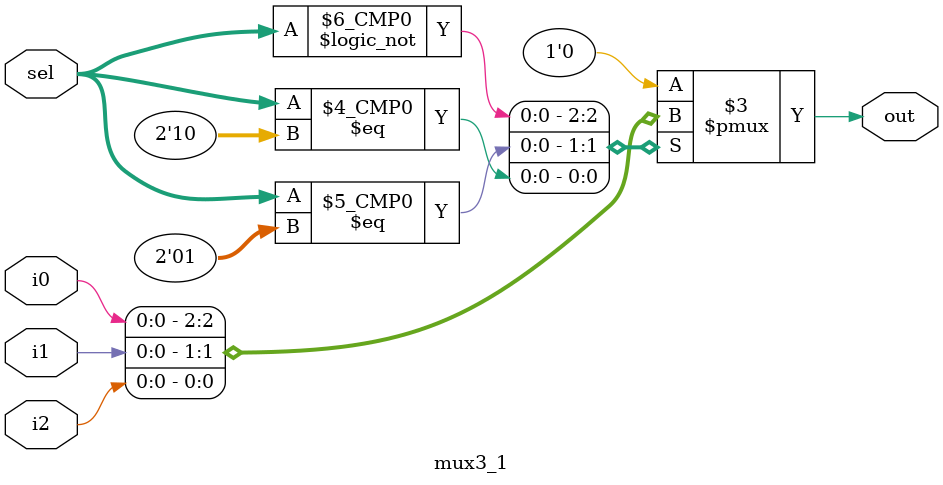
<source format=v>
`timescale 1ns / 1ps


module mux3_1(
    input i0, i1, i2,
    input [1:0] sel,
    output reg out
    );
    
    always @(*) begin
        case(sel) 
            2'b00: out = i0;
            2'b01: out = i1;
            2'b10: out = i2;
            default: out = 0;
        endcase
    end
    
endmodule

</source>
